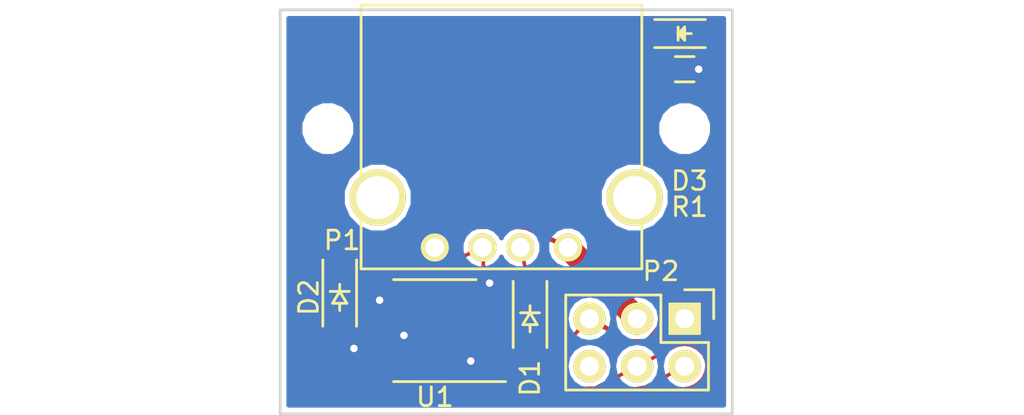
<source format=kicad_pcb>
(kicad_pcb (version 4) (host pcbnew 4.0.1-stable)

  (general
    (links 23)
    (no_connects 0)
    (area 137.084999 83.744999 161.365001 105.485001)
    (thickness 1.6)
    (drawings 4)
    (tracks 202)
    (zones 0)
    (modules 11)
    (nets 11)
  )

  (page A4)
  (layers
    (0 F.Cu signal)
    (31 B.Cu signal)
    (32 B.Adhes user)
    (33 F.Adhes user)
    (34 B.Paste user)
    (35 F.Paste user)
    (36 B.SilkS user)
    (37 F.SilkS user)
    (38 B.Mask user)
    (39 F.Mask user)
    (40 Dwgs.User user)
    (41 Cmts.User user)
    (42 Eco1.User user)
    (43 Eco2.User user)
    (44 Edge.Cuts user)
    (45 Margin user)
    (46 B.CrtYd user)
    (47 F.CrtYd user)
    (48 B.Fab user)
    (49 F.Fab user)
  )

  (setup
    (last_trace_width 0.25)
    (user_trace_width 0.19)
    (user_trace_width 1.27)
    (trace_clearance 0.2)
    (zone_clearance 0.254)
    (zone_45_only no)
    (trace_min 0.1)
    (segment_width 0.2)
    (edge_width 0.15)
    (via_size 0.6)
    (via_drill 0.4)
    (via_min_size 0.4)
    (via_min_drill 0.3)
    (uvia_size 0.3)
    (uvia_drill 0.1)
    (uvias_allowed no)
    (uvia_min_size 0.2)
    (uvia_min_drill 0.1)
    (pcb_text_width 0.3)
    (pcb_text_size 1.5 1.5)
    (mod_edge_width 0.15)
    (mod_text_size 1 1)
    (mod_text_width 0.15)
    (pad_size 2.99974 2.99974)
    (pad_drill 2.30124)
    (pad_to_mask_clearance 0.2)
    (aux_axis_origin 0 0)
    (visible_elements 7FFFFFFF)
    (pcbplotparams
      (layerselection 0x00030_80000001)
      (usegerberextensions false)
      (excludeedgelayer true)
      (linewidth 0.100000)
      (plotframeref false)
      (viasonmask false)
      (mode 1)
      (useauxorigin false)
      (hpglpennumber 1)
      (hpglpenspeed 20)
      (hpglpendiameter 15)
      (hpglpenoverlay 2)
      (psnegative false)
      (psa4output false)
      (plotreference true)
      (plotvalue true)
      (plotinvisibletext false)
      (padsonsilk false)
      (subtractmaskfromsilk false)
      (outputformat 1)
      (mirror false)
      (drillshape 1)
      (scaleselection 1)
      (outputdirectory ""))
  )

  (net 0 "")
  (net 1 /RX0)
  (net 2 /TX0)
  (net 3 /IO1)
  (net 4 "Net-(D1-Pad2)")
  (net 5 /IO2)
  (net 6 "Net-(D2-Pad2)")
  (net 7 /Master)
  (net 8 "Net-(D3-Pad1)")
  (net 9 GND)
  (net 10 VCC)

  (net_class Default "This is the default net class."
    (clearance 0.2)
    (trace_width 0.25)
    (via_dia 0.6)
    (via_drill 0.4)
    (uvia_dia 0.3)
    (uvia_drill 0.1)
    (add_net /IO1)
    (add_net /IO2)
    (add_net /Master)
    (add_net /RX0)
    (add_net /TX0)
    (add_net GND)
    (add_net "Net-(D1-Pad2)")
    (add_net "Net-(D2-Pad2)")
    (add_net "Net-(D3-Pad1)")
    (add_net VCC)
  )

  (module Fiducials:Fiducial_1mm_Dia_2.54mm_Outer_CopperTop (layer F.Cu) (tedit 57239682) (tstamp 57268E18)
    (at 160.02 96.52)
    (descr "Circular Fiducial, 1mm bare copper top; 2.54mm keepout")
    (tags marker)
    (attr virtual)
    (fp_text reference "" (at 0 0) (layer F.SilkS) hide
      (effects (font (size 0.127 0.127) (thickness 0.000001)))
    )
    (fp_text value Fiducial_1mm_Dia_2.54mm_Outer_CopperTop (at 0 -1.8) (layer F.Fab)
      (effects (font (size 1 1) (thickness 0.15)))
    )
    (fp_circle (center 0 0) (end 1.55 0) (layer F.CrtYd) (width 0.05))
    (pad ~ smd circle (at 0 0) (size 1 1) (layers F.Cu F.Mask)
      (solder_mask_margin 0.77) (clearance 0.77))
  )

  (module Mounting_Holes:MountingHole_2.2mm_M2_ISO14580 (layer F.Cu) (tedit 5722693A) (tstamp 57284D61)
    (at 139.7 90.17)
    (descr "Mounting Hole 2.2mm, no annular, M2, ISO14580")
    (tags "mounting hole 2.2mm no annular m2 iso14580")
    (fp_text reference "" (at 0 0) (layer F.SilkS) hide
      (effects (font (size 0.127 0.127) (thickness 0.000001)))
    )
    (fp_text value MountingHole_2.2mm_M2_ISO14580 (at 0 2.9) (layer F.Fab)
      (effects (font (size 1 1) (thickness 0.15)))
    )
    (fp_circle (center 0 0) (end 1.9 0) (layer Cmts.User) (width 0.15))
    (fp_circle (center 0 0) (end 2.15 0) (layer F.CrtYd) (width 0.05))
    (pad 1 np_thru_hole circle (at 0 0) (size 2.2 2.2) (drill 2.2) (layers *.Cu *.Mask F.SilkS))
  )

  (module Connect:USB_A (layer F.Cu) (tedit 5723813E) (tstamp 57284D0B)
    (at 152.527 96.52 180)
    (descr "USB A connector")
    (tags "USB USB_A")
    (path /57226042)
    (fp_text reference P1 (at 12.065 0.381 180) (layer F.SilkS)
      (effects (font (size 1 1) (thickness 0.15)))
    )
    (fp_text value USB_A (at 3.83794 7.43458 180) (layer F.Fab)
      (effects (font (size 1 1) (thickness 0.15)))
    )
    (fp_line (start -5.3 13.2) (end -5.3 -1.4) (layer F.CrtYd) (width 0.05))
    (fp_line (start 11.95 -1.4) (end 11.95 13.2) (layer F.CrtYd) (width 0.05))
    (fp_line (start -5.3 13.2) (end 11.95 13.2) (layer F.CrtYd) (width 0.05))
    (fp_line (start -5.3 -1.4) (end 11.95 -1.4) (layer F.CrtYd) (width 0.05))
    (fp_line (start 11.04986 -1.14512) (end 11.04986 12.95188) (layer F.SilkS) (width 0.15))
    (fp_line (start -3.93614 12.95188) (end -3.93614 -1.14512) (layer F.SilkS) (width 0.15))
    (fp_line (start 11.04986 -1.14512) (end -3.93614 -1.14512) (layer F.SilkS) (width 0.15))
    (fp_line (start 11.04986 12.95188) (end -3.93614 12.95188) (layer F.SilkS) (width 0.15))
    (pad 4 thru_hole circle (at 7.11286 -0.00212 90) (size 1.50114 1.50114) (drill 1.00076) (layers *.Cu *.Mask F.SilkS)
      (net 9 GND))
    (pad 3 thru_hole circle (at 4.57286 -0.00212 90) (size 1.50114 1.50114) (drill 1.00076) (layers *.Cu *.Mask F.SilkS)
      (net 5 /IO2))
    (pad 2 thru_hole circle (at 2.54086 -0.00212 90) (size 1.50114 1.50114) (drill 1.00076) (layers *.Cu *.Mask F.SilkS)
      (net 3 /IO1))
    (pad 1 thru_hole circle (at 0.00086 -0.00212 90) (size 1.50114 1.50114) (drill 1.00076) (layers *.Cu *.Mask F.SilkS)
      (net 10 VCC))
    (pad NC thru_hole circle (at 10.16086 2.66488 90) (size 2.99974 2.99974) (drill 2.30124) (layers *.Cu *.Mask F.SilkS))
    (pad NC thru_hole circle (at -3.55514 2.66488 90) (size 2.99974 2.99974) (drill 2.30124) (layers *.Cu *.Mask F.SilkS))
    (model Connect.3dshapes/USB_A.wrl
      (at (xyz 0.14 0 0))
      (scale (xyz 1 1 1))
      (rotate (xyz 0 0 90))
    )
  )

  (module Mounting_Holes:MountingHole_2.2mm_M2_ISO14580 (layer F.Cu) (tedit 5722692D) (tstamp 57284D59)
    (at 158.75 90.17)
    (descr "Mounting Hole 2.2mm, no annular, M2, ISO14580")
    (tags "mounting hole 2.2mm no annular m2 iso14580")
    (fp_text reference "" (at 0 0) (layer F.SilkS) hide
      (effects (font (size 0.127 0.127) (thickness 0.000001)))
    )
    (fp_text value MountingHole_2.2mm_M2_ISO14580 (at 0 2.9) (layer F.Fab)
      (effects (font (size 1 1) (thickness 0.15)))
    )
    (fp_circle (center 0 0) (end 1.9 0) (layer Cmts.User) (width 0.15))
    (fp_circle (center 0 0) (end 2.15 0) (layer F.CrtYd) (width 0.05))
    (pad 1 np_thru_hole circle (at 0 0) (size 2.2 2.2) (drill 2.2) (layers *.Cu *.Mask F.SilkS))
  )

  (module Diodes_SMD:SOD-123 (layer F.Cu) (tedit 57238ECF) (tstamp 5732316F)
    (at 150.495 100.33 270)
    (descr SOD-123)
    (tags SOD-123)
    (path /5723B0F2)
    (attr smd)
    (fp_text reference D1 (at 3.175 0 270) (layer F.SilkS)
      (effects (font (size 1 1) (thickness 0.15)))
    )
    (fp_text value D (at 0 2.1 270) (layer F.Fab)
      (effects (font (size 1 1) (thickness 0.15)))
    )
    (fp_line (start 0.3175 0) (end 0.6985 0) (layer F.SilkS) (width 0.15))
    (fp_line (start -0.6985 0) (end -0.3175 0) (layer F.SilkS) (width 0.15))
    (fp_line (start -0.3175 0) (end 0.3175 -0.381) (layer F.SilkS) (width 0.15))
    (fp_line (start 0.3175 -0.381) (end 0.3175 0.381) (layer F.SilkS) (width 0.15))
    (fp_line (start 0.3175 0.381) (end -0.3175 0) (layer F.SilkS) (width 0.15))
    (fp_line (start -0.3175 -0.508) (end -0.3175 0.508) (layer F.SilkS) (width 0.15))
    (fp_line (start -2.25 -1.05) (end 2.25 -1.05) (layer F.CrtYd) (width 0.05))
    (fp_line (start 2.25 -1.05) (end 2.25 1.05) (layer F.CrtYd) (width 0.05))
    (fp_line (start 2.25 1.05) (end -2.25 1.05) (layer F.CrtYd) (width 0.05))
    (fp_line (start -2.25 -1.05) (end -2.25 1.05) (layer F.CrtYd) (width 0.05))
    (fp_line (start -2 0.9) (end 1.54 0.9) (layer F.SilkS) (width 0.15))
    (fp_line (start -2 -0.9) (end 1.54 -0.9) (layer F.SilkS) (width 0.15))
    (pad 1 smd rect (at -1.635 0 270) (size 0.91 1.22) (layers F.Cu F.Paste F.Mask)
      (net 3 /IO1))
    (pad 2 smd rect (at 1.635 0 270) (size 0.91 1.22) (layers F.Cu F.Paste F.Mask)
      (net 4 "Net-(D1-Pad2)"))
  )

  (module Diodes_SMD:SOD-123 (layer F.Cu) (tedit 57238137) (tstamp 57323181)
    (at 140.335 99.187 270)
    (descr SOD-123)
    (tags SOD-123)
    (path /5723C767)
    (attr smd)
    (fp_text reference D2 (at 0 1.651 270) (layer F.SilkS)
      (effects (font (size 1 1) (thickness 0.15)))
    )
    (fp_text value D (at 0 2.1 270) (layer F.Fab)
      (effects (font (size 1 1) (thickness 0.15)))
    )
    (fp_line (start 0.3175 0) (end 0.6985 0) (layer F.SilkS) (width 0.15))
    (fp_line (start -0.6985 0) (end -0.3175 0) (layer F.SilkS) (width 0.15))
    (fp_line (start -0.3175 0) (end 0.3175 -0.381) (layer F.SilkS) (width 0.15))
    (fp_line (start 0.3175 -0.381) (end 0.3175 0.381) (layer F.SilkS) (width 0.15))
    (fp_line (start 0.3175 0.381) (end -0.3175 0) (layer F.SilkS) (width 0.15))
    (fp_line (start -0.3175 -0.508) (end -0.3175 0.508) (layer F.SilkS) (width 0.15))
    (fp_line (start -2.25 -1.05) (end 2.25 -1.05) (layer F.CrtYd) (width 0.05))
    (fp_line (start 2.25 -1.05) (end 2.25 1.05) (layer F.CrtYd) (width 0.05))
    (fp_line (start 2.25 1.05) (end -2.25 1.05) (layer F.CrtYd) (width 0.05))
    (fp_line (start -2.25 -1.05) (end -2.25 1.05) (layer F.CrtYd) (width 0.05))
    (fp_line (start -2 0.9) (end 1.54 0.9) (layer F.SilkS) (width 0.15))
    (fp_line (start -2 -0.9) (end 1.54 -0.9) (layer F.SilkS) (width 0.15))
    (pad 1 smd rect (at -1.635 0 270) (size 0.91 1.22) (layers F.Cu F.Paste F.Mask)
      (net 5 /IO2))
    (pad 2 smd rect (at 1.635 0 270) (size 0.91 1.22) (layers F.Cu F.Paste F.Mask)
      (net 6 "Net-(D2-Pad2)"))
  )

  (module LEDs:LED_0805 (layer F.Cu) (tedit 57237ACF) (tstamp 57323194)
    (at 158.75 85.09)
    (descr "LED 0805 smd package")
    (tags "LED 0805 SMD")
    (path /57237083)
    (attr smd)
    (fp_text reference D3 (at 0.254 7.874) (layer F.SilkS)
      (effects (font (size 1 1) (thickness 0.15)))
    )
    (fp_text value LED (at 0 1.75) (layer F.Fab)
      (effects (font (size 1 1) (thickness 0.15)))
    )
    (fp_line (start -1.6 0.75) (end 1.1 0.75) (layer F.SilkS) (width 0.15))
    (fp_line (start -1.6 -0.75) (end 1.1 -0.75) (layer F.SilkS) (width 0.15))
    (fp_line (start -0.1 0.15) (end -0.1 -0.1) (layer F.SilkS) (width 0.15))
    (fp_line (start -0.1 -0.1) (end -0.25 0.05) (layer F.SilkS) (width 0.15))
    (fp_line (start -0.35 -0.35) (end -0.35 0.35) (layer F.SilkS) (width 0.15))
    (fp_line (start 0 0) (end 0.35 0) (layer F.SilkS) (width 0.15))
    (fp_line (start -0.35 0) (end 0 -0.35) (layer F.SilkS) (width 0.15))
    (fp_line (start 0 -0.35) (end 0 0.35) (layer F.SilkS) (width 0.15))
    (fp_line (start 0 0.35) (end -0.35 0) (layer F.SilkS) (width 0.15))
    (fp_line (start 1.9 -0.95) (end 1.9 0.95) (layer F.CrtYd) (width 0.05))
    (fp_line (start 1.9 0.95) (end -1.9 0.95) (layer F.CrtYd) (width 0.05))
    (fp_line (start -1.9 0.95) (end -1.9 -0.95) (layer F.CrtYd) (width 0.05))
    (fp_line (start -1.9 -0.95) (end 1.9 -0.95) (layer F.CrtYd) (width 0.05))
    (pad 2 smd rect (at 1.04902 0 180) (size 1.19888 1.19888) (layers F.Cu F.Paste F.Mask)
      (net 7 /Master))
    (pad 1 smd rect (at -1.04902 0 180) (size 1.19888 1.19888) (layers F.Cu F.Paste F.Mask)
      (net 8 "Net-(D3-Pad1)"))
    (model LEDs.3dshapes/LED_0805.wrl
      (at (xyz 0 0 0))
      (scale (xyz 1 1 1))
      (rotate (xyz 0 0 0))
    )
  )

  (module Pin_Headers:Pin_Header_Straight_2x03 (layer F.Cu) (tedit 5723969F) (tstamp 57323195)
    (at 158.75 100.33 270)
    (descr "Through hole pin header")
    (tags "pin header")
    (path /57236A8A)
    (fp_text reference P2 (at -2.54 1.27 360) (layer F.SilkS)
      (effects (font (size 1 1) (thickness 0.15)))
    )
    (fp_text value CONN_01X06 (at 0 -3.1 270) (layer F.Fab)
      (effects (font (size 1 1) (thickness 0.15)))
    )
    (fp_line (start -1.27 1.27) (end -1.27 6.35) (layer F.SilkS) (width 0.15))
    (fp_line (start -1.55 -1.55) (end 0 -1.55) (layer F.SilkS) (width 0.15))
    (fp_line (start -1.75 -1.75) (end -1.75 6.85) (layer F.CrtYd) (width 0.05))
    (fp_line (start 4.3 -1.75) (end 4.3 6.85) (layer F.CrtYd) (width 0.05))
    (fp_line (start -1.75 -1.75) (end 4.3 -1.75) (layer F.CrtYd) (width 0.05))
    (fp_line (start -1.75 6.85) (end 4.3 6.85) (layer F.CrtYd) (width 0.05))
    (fp_line (start 1.27 -1.27) (end 1.27 1.27) (layer F.SilkS) (width 0.15))
    (fp_line (start 1.27 1.27) (end -1.27 1.27) (layer F.SilkS) (width 0.15))
    (fp_line (start -1.27 6.35) (end 3.81 6.35) (layer F.SilkS) (width 0.15))
    (fp_line (start 3.81 6.35) (end 3.81 1.27) (layer F.SilkS) (width 0.15))
    (fp_line (start -1.55 -1.55) (end -1.55 0) (layer F.SilkS) (width 0.15))
    (fp_line (start 3.81 -1.27) (end 1.27 -1.27) (layer F.SilkS) (width 0.15))
    (fp_line (start 3.81 1.27) (end 3.81 -1.27) (layer F.SilkS) (width 0.15))
    (pad 1 thru_hole rect (at 0 0 270) (size 1.7272 1.7272) (drill 1.016) (layers *.Cu *.Mask F.SilkS)
      (net 9 GND))
    (pad 2 thru_hole oval (at 2.54 0 270) (size 1.7272 1.7272) (drill 1.016) (layers *.Cu *.Mask F.SilkS)
      (net 1 /RX0))
    (pad 3 thru_hole oval (at 0 2.54 270) (size 1.7272 1.7272) (drill 1.016) (layers *.Cu *.Mask F.SilkS)
      (net 10 VCC))
    (pad 4 thru_hole oval (at 2.54 2.54 270) (size 1.7272 1.7272) (drill 1.016) (layers *.Cu *.Mask F.SilkS)
      (net 2 /TX0))
    (pad 5 thru_hole oval (at 0 5.08 270) (size 1.7272 1.7272) (drill 1.016) (layers *.Cu *.Mask F.SilkS)
      (net 7 /Master))
    (pad 6 thru_hole oval (at 2.54 5.08 270) (size 1.7272 1.7272) (drill 1.016) (layers *.Cu *.Mask F.SilkS))
    (model Pin_Headers.3dshapes/Pin_Header_Straight_2x03.wrl
      (at (xyz 0.05 -0.1 0))
      (scale (xyz 1 1 1))
      (rotate (xyz 0 0 90))
    )
  )

  (module Resistors_SMD:R_0603 (layer F.Cu) (tedit 57237AD4) (tstamp 573231B6)
    (at 158.75 86.995 180)
    (descr "Resistor SMD 0603, reflow soldering, Vishay (see dcrcw.pdf)")
    (tags "resistor 0603")
    (path /572372DF)
    (attr smd)
    (fp_text reference R1 (at -0.254 -7.366 180) (layer F.SilkS)
      (effects (font (size 1 1) (thickness 0.15)))
    )
    (fp_text value 1k (at 0 1.9 180) (layer F.Fab)
      (effects (font (size 1 1) (thickness 0.15)))
    )
    (fp_line (start -1.3 -0.8) (end 1.3 -0.8) (layer F.CrtYd) (width 0.05))
    (fp_line (start -1.3 0.8) (end 1.3 0.8) (layer F.CrtYd) (width 0.05))
    (fp_line (start -1.3 -0.8) (end -1.3 0.8) (layer F.CrtYd) (width 0.05))
    (fp_line (start 1.3 -0.8) (end 1.3 0.8) (layer F.CrtYd) (width 0.05))
    (fp_line (start 0.5 0.675) (end -0.5 0.675) (layer F.SilkS) (width 0.15))
    (fp_line (start -0.5 -0.675) (end 0.5 -0.675) (layer F.SilkS) (width 0.15))
    (pad 1 smd rect (at -0.75 0 180) (size 0.5 0.9) (layers F.Cu F.Paste F.Mask)
      (net 9 GND))
    (pad 2 smd rect (at 0.75 0 180) (size 0.5 0.9) (layers F.Cu F.Paste F.Mask)
      (net 8 "Net-(D3-Pad1)"))
    (model Resistors_SMD.3dshapes/R_0603.wrl
      (at (xyz 0 0 0))
      (scale (xyz 1 1 1))
      (rotate (xyz 0 0 0))
    )
  )

  (module Housings_SSOP:TSSOP-16_4.4x5mm_Pitch0.65mm (layer F.Cu) (tedit 54130A77) (tstamp 573231D0)
    (at 145.415 100.965 180)
    (descr "16-Lead Plastic Thin Shrink Small Outline (ST)-4.4 mm Body [TSSOP] (see Microchip Packaging Specification 00000049BS.pdf)")
    (tags "SSOP 0.65")
    (path /57237DE1)
    (attr smd)
    (fp_text reference U1 (at 0 -3.55 180) (layer F.SilkS)
      (effects (font (size 1 1) (thickness 0.15)))
    )
    (fp_text value SN74HC157PWR (at 0 3.55 180) (layer F.Fab)
      (effects (font (size 1 1) (thickness 0.15)))
    )
    (fp_line (start -3.95 -2.8) (end -3.95 2.8) (layer F.CrtYd) (width 0.05))
    (fp_line (start 3.95 -2.8) (end 3.95 2.8) (layer F.CrtYd) (width 0.05))
    (fp_line (start -3.95 -2.8) (end 3.95 -2.8) (layer F.CrtYd) (width 0.05))
    (fp_line (start -3.95 2.8) (end 3.95 2.8) (layer F.CrtYd) (width 0.05))
    (fp_line (start -2.2 2.725) (end 2.2 2.725) (layer F.SilkS) (width 0.15))
    (fp_line (start -3.775 -2.725) (end 2.2 -2.725) (layer F.SilkS) (width 0.15))
    (pad 1 smd rect (at -2.95 -2.275 180) (size 1.5 0.45) (layers F.Cu F.Paste F.Mask)
      (net 7 /Master))
    (pad 2 smd rect (at -2.95 -1.625 180) (size 1.5 0.45) (layers F.Cu F.Paste F.Mask)
      (net 9 GND))
    (pad 3 smd rect (at -2.95 -0.975 180) (size 1.5 0.45) (layers F.Cu F.Paste F.Mask)
      (net 2 /TX0))
    (pad 4 smd rect (at -2.95 -0.325 180) (size 1.5 0.45) (layers F.Cu F.Paste F.Mask)
      (net 4 "Net-(D1-Pad2)"))
    (pad 5 smd rect (at -2.95 0.325 180) (size 1.5 0.45) (layers F.Cu F.Paste F.Mask)
      (net 3 /IO1))
    (pad 6 smd rect (at -2.95 0.975 180) (size 1.5 0.45) (layers F.Cu F.Paste F.Mask)
      (net 5 /IO2))
    (pad 7 smd rect (at -2.95 1.625 180) (size 1.5 0.45) (layers F.Cu F.Paste F.Mask)
      (net 1 /RX0))
    (pad 8 smd rect (at -2.95 2.275 180) (size 1.5 0.45) (layers F.Cu F.Paste F.Mask)
      (net 9 GND))
    (pad 9 smd rect (at 2.95 2.275 180) (size 1.5 0.45) (layers F.Cu F.Paste F.Mask)
      (net 9 GND))
    (pad 10 smd rect (at 2.95 1.625 180) (size 1.5 0.45) (layers F.Cu F.Paste F.Mask)
      (net 9 GND))
    (pad 11 smd rect (at 2.95 0.975 180) (size 1.5 0.45) (layers F.Cu F.Paste F.Mask)
      (net 9 GND))
    (pad 12 smd rect (at 2.95 0.325 180) (size 1.5 0.45) (layers F.Cu F.Paste F.Mask)
      (net 6 "Net-(D2-Pad2)"))
    (pad 13 smd rect (at 2.95 -0.325 180) (size 1.5 0.45) (layers F.Cu F.Paste F.Mask)
      (net 9 GND))
    (pad 14 smd rect (at 2.95 -0.975 180) (size 1.5 0.45) (layers F.Cu F.Paste F.Mask)
      (net 2 /TX0))
    (pad 15 smd rect (at 2.95 -1.625 180) (size 1.5 0.45) (layers F.Cu F.Paste F.Mask)
      (net 9 GND))
    (pad 16 smd rect (at 2.95 -2.275 180) (size 1.5 0.45) (layers F.Cu F.Paste F.Mask)
      (net 10 VCC))
    (model Housings_SSOP.3dshapes/TSSOP-16_4.4x5mm_Pitch0.65mm.wrl
      (at (xyz 0 0 0))
      (scale (xyz 1 1 1))
      (rotate (xyz 0 0 0))
    )
  )

  (module Fiducials:Fiducial_1mm_Dia_2.54mm_Outer_CopperTop (layer F.Cu) (tedit 57239691) (tstamp 57268E0A)
    (at 139.065 103.505)
    (descr "Circular Fiducial, 1mm bare copper top; 2.54mm keepout")
    (tags marker)
    (attr virtual)
    (fp_text reference "" (at 0 0) (layer F.SilkS) hide
      (effects (font (size 0.127 0.127) (thickness 0.000001)))
    )
    (fp_text value Fiducial_1mm_Dia_2.54mm_Outer_CopperTop (at 0 -1.8) (layer F.Fab)
      (effects (font (size 1 1) (thickness 0.15)))
    )
    (fp_circle (center 0 0) (end 1.55 0) (layer F.CrtYd) (width 0.05))
    (pad ~ smd circle (at 0 0) (size 1 1) (layers F.Cu F.Mask)
      (solder_mask_margin 0.77) (clearance 0.77))
  )

  (gr_line (start 137.16 105.41) (end 137.16 83.82) (angle 90) (layer Edge.Cuts) (width 0.15))
  (gr_line (start 161.29 105.41) (end 137.16 105.41) (angle 90) (layer Edge.Cuts) (width 0.15))
  (gr_line (start 161.29 83.82) (end 161.29 105.41) (angle 90) (layer Edge.Cuts) (width 0.15))
  (gr_line (start 137.16 83.82) (end 161.29 83.82) (angle 90) (layer Edge.Cuts) (width 0.15))

  (segment (start 145.6 98.125) (end 145.925 98.125) (width 0.19) (layer F.Cu) (net 1))
  (segment (start 146.75 97.95) (end 147.125 98.325) (width 0.19) (layer F.Cu) (net 1) (tstamp 57323A4E))
  (segment (start 146.1 97.95) (end 146.75 97.95) (width 0.19) (layer F.Cu) (net 1) (tstamp 57323A4D))
  (segment (start 145.925 98.125) (end 146.1 97.95) (width 0.19) (layer F.Cu) (net 1) (tstamp 57323A4C))
  (segment (start 144.5 101.5) (end 144.5 100.8) (width 0.19) (layer F.Cu) (net 1))
  (segment (start 158.75 102.87) (end 156.659351 103.981023) (width 0.19) (layer F.Cu) (net 1) (status 10))
  (segment (start 147.028762 104.037386) (end 147.215097 104.195881) (width 0.19) (layer F.Cu) (net 1))
  (segment (start 146 103) (end 147.028762 104.037386) (width 0.19) (layer F.Cu) (net 1))
  (segment (start 144.5 101.5) (end 146 103) (width 0.19) (layer F.Cu) (net 1))
  (segment (start 153.922569 104.468443) (end 156.659351 103.981023) (width 0.19) (layer F.Cu) (net 1))
  (segment (start 147.215097 104.195881) (end 153.922569 104.468443) (width 0.19) (layer F.Cu) (net 1))
  (segment (start 147.165 99.34) (end 148.365 99.34) (width 0.19) (layer F.Cu) (net 1) (tstamp 57323A43) (status 20))
  (segment (start 146.975 99.15) (end 147.165 99.34) (width 0.19) (layer F.Cu) (net 1) (tstamp 57323A42))
  (segment (start 146.475 99.15) (end 146.975 99.15) (width 0.19) (layer F.Cu) (net 1) (tstamp 57323A41))
  (segment (start 146.225 99.4) (end 146.475 99.15) (width 0.19) (layer F.Cu) (net 1) (tstamp 57323A40))
  (segment (start 145.9 99.4) (end 146.225 99.4) (width 0.19) (layer F.Cu) (net 1) (tstamp 57323A3F))
  (segment (start 145.725 99.225) (end 145.9 99.4) (width 0.19) (layer F.Cu) (net 1) (tstamp 57323A3E))
  (segment (start 145.725 98.925) (end 145.725 99.225) (width 0.19) (layer F.Cu) (net 1) (tstamp 57323A3D))
  (segment (start 146 98.65) (end 145.725 98.925) (width 0.19) (layer F.Cu) (net 1) (tstamp 57323A3C))
  (segment (start 147.05 98.65) (end 146 98.65) (width 0.19) (layer F.Cu) (net 1) (tstamp 57323A3B))
  (segment (start 147.125 98.575) (end 147.05 98.65) (width 0.19) (layer F.Cu) (net 1) (tstamp 57323A3A))
  (segment (start 147.125 98.325) (end 147.125 98.575) (width 0.19) (layer F.Cu) (net 1) (tstamp 57323A39))
  (segment (start 145.35 98.375) (end 145.6 98.125) (width 0.19) (layer F.Cu) (net 1) (tstamp 57323A36))
  (segment (start 145.35 98.625) (end 145.35 98.375) (width 0.19) (layer F.Cu) (net 1) (tstamp 57323A35))
  (segment (start 145.175 98.8) (end 145.35 98.625) (width 0.19) (layer F.Cu) (net 1) (tstamp 57323A34))
  (segment (start 144.7 98.8) (end 145.175 98.8) (width 0.19) (layer F.Cu) (net 1) (tstamp 57323A33))
  (segment (start 144.5 99) (end 144.7 98.8) (width 0.19) (layer F.Cu) (net 1) (tstamp 57323A32))
  (segment (start 144.35 99) (end 144.5 99) (width 0.19) (layer F.Cu) (net 1) (tstamp 57323A31))
  (segment (start 144.15 98.8) (end 144.35 99) (width 0.19) (layer F.Cu) (net 1) (tstamp 57323A30))
  (segment (start 143.775 98.8) (end 144.15 98.8) (width 0.19) (layer F.Cu) (net 1) (tstamp 57323A2F))
  (segment (start 143.65 98.925) (end 143.775 98.8) (width 0.19) (layer F.Cu) (net 1) (tstamp 57323A2E))
  (segment (start 143.65 99.15) (end 143.65 98.925) (width 0.19) (layer F.Cu) (net 1) (tstamp 57323A2D))
  (segment (start 143.825 99.325) (end 143.65 99.15) (width 0.19) (layer F.Cu) (net 1) (tstamp 57323A2C))
  (segment (start 144.025 99.325) (end 143.825 99.325) (width 0.19) (layer F.Cu) (net 1) (tstamp 57323A2B))
  (segment (start 144.275 99.575) (end 144.025 99.325) (width 0.19) (layer F.Cu) (net 1) (tstamp 57323A2A))
  (segment (start 144.575 99.575) (end 144.275 99.575) (width 0.19) (layer F.Cu) (net 1) (tstamp 57323A29))
  (segment (start 144.85 99.3) (end 144.575 99.575) (width 0.19) (layer F.Cu) (net 1) (tstamp 57323A28))
  (segment (start 145.075 99.3) (end 144.85 99.3) (width 0.19) (layer F.Cu) (net 1) (tstamp 57323A27))
  (segment (start 145.225 99.45) (end 145.075 99.3) (width 0.19) (layer F.Cu) (net 1) (tstamp 57323A26))
  (segment (start 145.225 99.75) (end 145.225 99.45) (width 0.19) (layer F.Cu) (net 1) (tstamp 57323A25))
  (segment (start 144.875 100.1) (end 145.225 99.75) (width 0.19) (layer F.Cu) (net 1) (tstamp 57323A24))
  (segment (start 144.1 100.1) (end 144.875 100.1) (width 0.19) (layer F.Cu) (net 1) (tstamp 57323A23))
  (segment (start 143.875 99.875) (end 144.1 100.1) (width 0.19) (layer F.Cu) (net 1) (tstamp 57323A22))
  (segment (start 143.7 99.875) (end 143.875 99.875) (width 0.19) (layer F.Cu) (net 1) (tstamp 57323A21))
  (segment (start 143.575 100) (end 143.7 99.875) (width 0.19) (layer F.Cu) (net 1) (tstamp 57323A20))
  (segment (start 143.575 100.275) (end 143.575 100) (width 0.19) (layer F.Cu) (net 1) (tstamp 57323A1F))
  (segment (start 143.825 100.525) (end 143.575 100.275) (width 0.19) (layer F.Cu) (net 1) (tstamp 57323A1E))
  (segment (start 144.225 100.525) (end 143.825 100.525) (width 0.19) (layer F.Cu) (net 1) (tstamp 57323A1D))
  (segment (start 144.5 100.8) (end 144.225 100.525) (width 0.19) (layer F.Cu) (net 1) (tstamp 57323A1C))
  (segment (start 149.799556 103.806701) (end 147.406701 103.806701) (width 0.19) (layer F.Cu) (net 2))
  (segment (start 151.85 103.9) (end 151.8 103.95) (width 0.19) (layer F.Cu) (net 2) (tstamp 5732394F))
  (segment (start 151.8 103.95) (end 151.4 103.95) (width 0.19) (layer F.Cu) (net 2) (tstamp 57323950))
  (segment (start 151.4 103.95) (end 151.15 103.7) (width 0.19) (layer F.Cu) (net 2) (tstamp 57323951))
  (segment (start 151.15 103.7) (end 151.15 103.4) (width 0.19) (layer F.Cu) (net 2) (tstamp 57323952))
  (segment (start 151.15 103.4) (end 151 103.25) (width 0.19) (layer F.Cu) (net 2) (tstamp 57323953))
  (segment (start 151 103.25) (end 150.75 103.25) (width 0.19) (layer F.Cu) (net 2) (tstamp 57323954))
  (segment (start 150.75 103.25) (end 150.65 103.35) (width 0.19) (layer F.Cu) (net 2) (tstamp 57323955))
  (segment (start 150.65 103.35) (end 150.65 103.8) (width 0.19) (layer F.Cu) (net 2) (tstamp 57323956))
  (segment (start 150.65 103.8) (end 150.55 103.9) (width 0.19) (layer F.Cu) (net 2) (tstamp 57323957))
  (segment (start 150.55 103.9) (end 150.3 103.9) (width 0.19) (layer F.Cu) (net 2) (tstamp 57323958))
  (segment (start 150.3 103.9) (end 150.2 103.8) (width 0.19) (layer F.Cu) (net 2) (tstamp 57323959))
  (segment (start 150.2 103.8) (end 150.2 103.45) (width 0.19) (layer F.Cu) (net 2) (tstamp 5732395A))
  (segment (start 150.2 103.45) (end 150.15 103.4) (width 0.19) (layer F.Cu) (net 2) (tstamp 5732395B))
  (segment (start 150.15 103.4) (end 149.95 103.4) (width 0.19) (layer F.Cu) (net 2) (tstamp 5732395C))
  (segment (start 149.95 103.4) (end 149.8 103.55) (width 0.19) (layer F.Cu) (net 2) (tstamp 5732395D))
  (segment (start 149.8 103.55) (end 149.8 103.806257) (width 0.19) (layer F.Cu) (net 2) (tstamp 5732395E))
  (segment (start 149.8 103.806257) (end 149.799556 103.806701) (width 0.19) (layer F.Cu) (net 2) (tstamp 5732395F))
  (segment (start 153.09867 104.030897) (end 153.030897 104.030897) (width 0.19) (layer F.Cu) (net 2))
  (segment (start 151.85 103.65) (end 151.85 103.9) (width 0.19) (layer F.Cu) (net 2) (tstamp 5732394B))
  (segment (start 151.55 103.35) (end 151.85 103.65) (width 0.19) (layer F.Cu) (net 2) (tstamp 5732394A))
  (segment (start 151.55 103.2) (end 151.55 103.35) (width 0.19) (layer F.Cu) (net 2) (tstamp 57323949))
  (segment (start 151.75 103) (end 151.55 103.2) (width 0.19) (layer F.Cu) (net 2) (tstamp 57323948))
  (segment (start 151.95 103) (end 151.75 103) (width 0.19) (layer F.Cu) (net 2) (tstamp 57323947))
  (segment (start 152.25 103.3) (end 151.95 103) (width 0.19) (layer F.Cu) (net 2) (tstamp 57323946))
  (segment (start 152.25 103.6) (end 152.25 103.3) (width 0.19) (layer F.Cu) (net 2) (tstamp 57323945))
  (segment (start 152.35 103.7) (end 152.25 103.6) (width 0.19) (layer F.Cu) (net 2) (tstamp 57323944))
  (segment (start 152.7 103.7) (end 152.35 103.7) (width 0.19) (layer F.Cu) (net 2) (tstamp 57323943))
  (segment (start 153.030897 104.030897) (end 152.7 103.7) (width 0.19) (layer F.Cu) (net 2) (tstamp 57323942))
  (segment (start 156.21 102.87) (end 153.974544 104.038265) (width 0.19) (layer F.Cu) (net 2) (status 10))
  (segment (start 153.974544 104.038265) (end 153.492895 104.04787) (width 0.19) (layer F.Cu) (net 2) (tstamp 57323634))
  (segment (start 153.492895 104.04787) (end 153.09867 104.030897) (width 0.19) (layer F.Cu) (net 2) (tstamp 57323654))
  (segment (start 146.606322 103.006322) (end 146.606322 102.806322) (width 0.19) (layer F.Cu) (net 2) (tstamp 573239C0))
  (segment (start 147.406701 103.806701) (end 146.606322 103.006322) (width 0.19) (layer F.Cu) (net 2) (tstamp 573239BF))
  (segment (start 145.3 101.5) (end 145.3 100.3) (width 0.19) (layer F.Cu) (net 2))
  (segment (start 145.3 100.3) (end 145.75 99.85) (width 0.19) (layer F.Cu) (net 2) (tstamp 57323998))
  (segment (start 145.75 99.85) (end 147.05 99.85) (width 0.19) (layer F.Cu) (net 2) (tstamp 57323999))
  (segment (start 147.05 99.85) (end 147.25 100.05) (width 0.19) (layer F.Cu) (net 2) (tstamp 5732399A))
  (segment (start 147.25 100.05) (end 147.25 100.25) (width 0.19) (layer F.Cu) (net 2) (tstamp 5732399B))
  (segment (start 147.25 100.25) (end 147.1 100.4) (width 0.19) (layer F.Cu) (net 2) (tstamp 5732399C))
  (segment (start 147.1 100.4) (end 145.95 100.4) (width 0.19) (layer F.Cu) (net 2) (tstamp 5732399D))
  (segment (start 145.95 100.4) (end 145.75 100.6) (width 0.19) (layer F.Cu) (net 2) (tstamp 5732399E))
  (segment (start 145.75 100.6) (end 145.75 100.75) (width 0.19) (layer F.Cu) (net 2) (tstamp 5732399F))
  (segment (start 145.75 100.75) (end 145.9 100.9) (width 0.19) (layer F.Cu) (net 2) (tstamp 573239A0))
  (segment (start 145.9 100.9) (end 147.1 100.9) (width 0.19) (layer F.Cu) (net 2) (tstamp 573239A1))
  (segment (start 147.1 100.9) (end 147.3 101.1) (width 0.19) (layer F.Cu) (net 2) (tstamp 573239A2))
  (segment (start 147.3 101.1) (end 147.3 101.25) (width 0.19) (layer F.Cu) (net 2) (tstamp 573239A3))
  (segment (start 147.3 101.25) (end 147.2 101.35) (width 0.19) (layer F.Cu) (net 2) (tstamp 573239A4))
  (segment (start 147.2 101.35) (end 146.15 101.35) (width 0.19) (layer F.Cu) (net 2) (tstamp 573239A5))
  (segment (start 146.15 101.35) (end 146 101.5) (width 0.19) (layer F.Cu) (net 2) (tstamp 573239A6))
  (segment (start 146 101.5) (end 146 101.6) (width 0.19) (layer F.Cu) (net 2) (tstamp 573239A7))
  (segment (start 146 101.6) (end 146.4 102) (width 0.19) (layer F.Cu) (net 2) (tstamp 573239A8))
  (segment (start 146.4 102) (end 146.55 102) (width 0.19) (layer F.Cu) (net 2) (tstamp 573239AA))
  (segment (start 146.55 102) (end 146.75 101.8) (width 0.19) (layer F.Cu) (net 2) (tstamp 573239AB))
  (segment (start 146.75 101.8) (end 146.9 101.8) (width 0.19) (layer F.Cu) (net 2) (tstamp 573239AC))
  (segment (start 146.9 101.8) (end 147.04 101.94) (width 0.19) (layer F.Cu) (net 2) (tstamp 573239AD))
  (segment (start 147.04 101.94) (end 148.365 101.94) (width 0.19) (layer F.Cu) (net 2) (tstamp 573239AE) (status 20))
  (segment (start 146.606322 102.806322) (end 145.3 101.5) (width 0.19) (layer F.Cu) (net 2) (tstamp 57323975))
  (segment (start 156.21 102.87) (end 158.319431 101.753315) (width 0.19) (layer F.Cu) (net 2) (status 10))
  (segment (start 143.464456 102.066459) (end 142.465 101.94) (width 0.19) (layer F.Cu) (net 2) (tstamp 57323766) (status 20))
  (segment (start 147.0025 104.5845) (end 143.464456 102.066459) (width 0.19) (layer F.Cu) (net 2) (tstamp 57323764))
  (segment (start 159.272027 103.920809) (end 159.006955 104.027623) (width 0.19) (layer F.Cu) (net 2) (tstamp 57323762))
  (segment (start 159.006955 104.027623) (end 153.987911 104.904354) (width 0.19) (layer F.Cu) (net 2) (tstamp 573237B1))
  (segment (start 153.987911 104.904354) (end 147.0025 104.5845) (width 0.19) (layer F.Cu) (net 2) (tstamp 573237A1))
  (segment (start 159.77467 103.447895) (end 159.638931 103.631926) (width 0.19) (layer F.Cu) (net 2) (tstamp 57323760))
  (segment (start 159.638931 103.631926) (end 159.508114 103.754865) (width 0.19) (layer F.Cu) (net 2) (tstamp 573237BB))
  (segment (start 159.508114 103.754865) (end 159.272027 103.920809) (width 0.19) (layer F.Cu) (net 2) (tstamp 573237A9))
  (segment (start 159.768141 102.234143) (end 159.919878 102.612981) (width 0.19) (layer F.Cu) (net 2) (tstamp 5732375E))
  (segment (start 159.919878 102.612981) (end 159.948033 102.863823) (width 0.19) (layer F.Cu) (net 2) (tstamp 5732378B))
  (segment (start 159.948033 102.863823) (end 159.881217 103.197847) (width 0.19) (layer F.Cu) (net 2) (tstamp 57323796))
  (segment (start 159.881217 103.197847) (end 159.77467 103.447895) (width 0.19) (layer F.Cu) (net 2) (tstamp 573237B8))
  (segment (start 159.118036 101.752184) (end 159.434893 101.915289) (width 0.19) (layer F.Cu) (net 2) (tstamp 5732375C))
  (segment (start 159.434893 101.915289) (end 159.768141 102.234143) (width 0.19) (layer F.Cu) (net 2) (tstamp 57323777))
  (segment (start 158.319431 101.753315) (end 158.750086 101.683851) (width 0.19) (layer F.Cu) (net 2) (tstamp 5732375B))
  (segment (start 158.750086 101.683851) (end 159.118036 101.752184) (width 0.19) (layer F.Cu) (net 2) (tstamp 5732377F))
  (segment (start 148.365 100.64) (end 149.391144 100.531184) (width 0.19) (layer F.Cu) (net 3) (status 10))
  (segment (start 149.391144 100.531184) (end 149.817764 100.096645) (width 0.19) (layer F.Cu) (net 3) (tstamp 573235BA))
  (segment (start 149.817764 100.096645) (end 150.495 98.695) (width 0.19) (layer F.Cu) (net 3) (tstamp 573235EB) (status 20))
  (segment (start 149.98614 96.52212) (end 150.495 98.695) (width 0.19) (layer F.Cu) (net 3) (status 30))
  (segment (start 149.98614 96.52212) (end 149.98488 96.52212) (width 0.25) (layer F.Cu) (net 3) (status 30))
  (segment (start 151.7 101) (end 151.4 100.7) (width 0.19) (layer F.Cu) (net 4))
  (segment (start 149.26 101.29) (end 150.45 100.1) (width 0.19) (layer F.Cu) (net 4) (tstamp 573239E8))
  (segment (start 150.45 100.1) (end 150.45 99.75) (width 0.19) (layer F.Cu) (net 4) (tstamp 573239E9))
  (segment (start 150.45 99.75) (end 150.7 99.5) (width 0.19) (layer F.Cu) (net 4) (tstamp 573239EA))
  (segment (start 150.7 99.5) (end 151.6 99.5) (width 0.19) (layer F.Cu) (net 4) (tstamp 573239EB))
  (segment (start 151.6 99.5) (end 152.05 99.95) (width 0.19) (layer F.Cu) (net 4) (tstamp 573239EC))
  (segment (start 152.05 99.95) (end 152.05 100.8) (width 0.19) (layer F.Cu) (net 4) (tstamp 573239ED))
  (segment (start 152.05 100.8) (end 151.85 101) (width 0.19) (layer F.Cu) (net 4) (tstamp 573239EE))
  (segment (start 151.85 101) (end 151.7 101) (width 0.19) (layer F.Cu) (net 4) (tstamp 573239EF))
  (segment (start 148.365 101.29) (end 149.26 101.29) (width 0.19) (layer F.Cu) (net 4) (status 10))
  (segment (start 150.495 100.855) (end 150.495 101.965) (width 0.19) (layer F.Cu) (net 4) (tstamp 57323A00) (status 20))
  (segment (start 150.85 100.5) (end 150.495 100.855) (width 0.19) (layer F.Cu) (net 4) (tstamp 573239FF))
  (segment (start 150.85 100.2) (end 150.85 100.5) (width 0.19) (layer F.Cu) (net 4) (tstamp 573239FE))
  (segment (start 151.05 100) (end 150.85 100.2) (width 0.19) (layer F.Cu) (net 4) (tstamp 573239FD))
  (segment (start 151.2 100) (end 151.05 100) (width 0.19) (layer F.Cu) (net 4) (tstamp 573239FC))
  (segment (start 151.4 100.2) (end 151.2 100) (width 0.19) (layer F.Cu) (net 4) (tstamp 573239FB))
  (segment (start 151.4 100.7) (end 151.4 100.2) (width 0.19) (layer F.Cu) (net 4) (tstamp 573239FA))
  (segment (start 150.4 101.87) (end 150.495 101.965) (width 0.19) (layer F.Cu) (net 4) (tstamp 573239F4) (status 30))
  (segment (start 148 96.56798) (end 147.95414 96.52212) (width 0.19) (layer F.Cu) (net 5) (tstamp 57323938) (status 30))
  (segment (start 148 97.5) (end 148 96.56798) (width 0.19) (layer F.Cu) (net 5) (tstamp 57323937) (status 20))
  (segment (start 148.25 97.75) (end 148 97.5) (width 0.19) (layer F.Cu) (net 5) (tstamp 57323936))
  (segment (start 149.2 97.75) (end 148.25 97.75) (width 0.19) (layer F.Cu) (net 5) (tstamp 57323935))
  (segment (start 149.416556 97.966556) (end 149.2 97.75) (width 0.19) (layer F.Cu) (net 5) (tstamp 57323933))
  (segment (start 149.416556 98.219404) (end 149.416556 97.966556) (width 0.19) (layer F.Cu) (net 5))
  (segment (start 148.365 99.99) (end 149.359209 99.860335) (width 0.19) (layer F.Cu) (net 5) (status 10))
  (segment (start 149.457882 99.771762) (end 149.416556 98.219404) (width 0.19) (layer F.Cu) (net 5) (tstamp 573235F3))
  (segment (start 149.359209 99.860335) (end 149.457882 99.771762) (width 0.19) (layer F.Cu) (net 5) (tstamp 573235F2))
  (segment (start 145.885917 97.485784) (end 145.415 97.596291) (width 0.19) (layer F.Cu) (net 5) (tstamp 57323580))
  (segment (start 145.415 97.596291) (end 145.414427 97.596425) (width 0.19) (layer F.Cu) (net 5) (tstamp 573235D4))
  (segment (start 147.95414 96.52212) (end 145.885917 97.485784) (width 0.19) (layer F.Cu) (net 5) (tstamp 5732357E) (status 10))
  (segment (start 145.414427 97.596425) (end 140.335 97.552) (width 0.19) (layer F.Cu) (net 5) (tstamp 57323582) (status 20))
  (segment (start 142.465 100.64) (end 140.335 100.822) (width 0.19) (layer F.Cu) (net 6) (status 30))
  (segment (start 151.384 102.743) (end 148.365 103.24) (width 0.19) (layer F.Cu) (net 7) (tstamp 573235A2) (status 20))
  (segment (start 153.67 100.33) (end 151.384 102.743) (width 0.19) (layer F.Cu) (net 7) (tstamp 573235A1) (status 10))
  (segment (start 157.55717 99.182514) (end 157.419807 100.708402) (width 0.25) (layer F.Cu) (net 7))
  (segment (start 155.825936 101.539849) (end 153.67 100.33) (width 0.25) (layer F.Cu) (net 7) (tstamp 573233DB) (status 20))
  (segment (start 156.718005 101.539919) (end 155.825936 101.539849) (width 0.25) (layer F.Cu) (net 7) (tstamp 573233DA))
  (segment (start 157.419807 100.708402) (end 157.115672 101.107326) (width 0.25) (layer F.Cu) (net 7) (tstamp 573233D9))
  (segment (start 157.115672 101.107326) (end 156.718005 101.539919) (width 0.25) (layer F.Cu) (net 7) (tstamp 57323400))
  (segment (start 159.79902 85.09) (end 159.79902 85.50402) (width 0.25) (layer F.Cu) (net 7) (status 30))
  (segment (start 159.79902 85.50402) (end 160.2315 86.630319) (width 0.25) (layer F.Cu) (net 7) (tstamp 573233A8) (status 10))
  (segment (start 160.2315 86.630319) (end 160.224138 90.423903) (width 0.25) (layer F.Cu) (net 7) (tstamp 573233A9))
  (segment (start 160.224138 90.423903) (end 157.55717 99.182514) (width 0.25) (layer F.Cu) (net 7) (tstamp 573233AA))
  (segment (start 157.70098 85.09) (end 158 86.995) (width 0.25) (layer F.Cu) (net 8) (status 30))
  (segment (start 141.097 101.9175) (end 141.4653 102.5017) (width 0.25) (layer F.Cu) (net 9))
  (via (at 141.097 101.9175) (size 0.6) (drill 0.4) (layers F.Cu B.Cu) (net 9))
  (segment (start 142.465 102.59) (end 141.4653 102.5017) (width 0.25) (layer F.Cu) (net 9) (status 10))
  (segment (start 142.465 101.29) (end 143.693 101.29) (width 0.19) (layer F.Cu) (net 9) (status 10))
  (via (at 143.764 101.219) (size 0.6) (drill 0.4) (layers F.Cu B.Cu) (net 9))
  (segment (start 143.693 101.29) (end 143.764 101.219) (width 0.19) (layer F.Cu) (net 9) (tstamp 57323753))
  (segment (start 148.365 102.59) (end 147.3333 102.59) (width 0.19) (layer F.Cu) (net 9) (status 10))
  (via (at 147.3327 102.5906) (size 0.6) (drill 0.4) (layers F.Cu B.Cu) (net 9))
  (segment (start 147.3333 102.59) (end 147.3327 102.5906) (width 0.19) (layer F.Cu) (net 9) (tstamp 57323630))
  (segment (start 148.365 98.69) (end 148.365 98.454) (width 0.19) (layer F.Cu) (net 9) (status 10))
  (via (at 148.336 98.425) (size 0.6) (drill 0.4) (layers F.Cu B.Cu) (net 9))
  (segment (start 148.365 98.454) (end 148.336 98.425) (width 0.19) (layer F.Cu) (net 9) (tstamp 573235D6))
  (via (at 142.465 99.34) (size 0.6) (drill 0.4) (layers F.Cu B.Cu) (net 9) (status 30))
  (segment (start 142.494 99.314) (end 142.491 99.314) (width 0.25) (layer B.Cu) (net 9) (tstamp 57323566))
  (segment (start 142.491 99.314) (end 142.465 99.34) (width 0.25) (layer B.Cu) (net 9) (tstamp 57323565))
  (segment (start 142.465 99.34) (end 142.465 99.99) (width 0.25) (layer F.Cu) (net 9) (status 30))
  (segment (start 142.465 98.69) (end 142.465 99.34) (width 0.25) (layer F.Cu) (net 9) (status 30))
  (via (at 159.5 86.995) (size 0.6) (drill 0.4) (layers F.Cu B.Cu) (net 9) (status 30))
  (segment (start 159.5 86.995) (end 159.385 86.995) (width 0.25) (layer B.Cu) (net 9) (tstamp 573233A5))
  (segment (start 141.471031 103.15125) (end 142.465 103.24) (width 0.25) (layer F.Cu) (net 10) (tstamp 573236B2) (status 20))
  (segment (start 139.393628 101.536661) (end 141.471031 103.15125) (width 0.25) (layer F.Cu) (net 10) (tstamp 573236B0))
  (segment (start 139.339467 97.013538) (end 139.393628 101.536661) (width 0.25) (layer F.Cu) (net 10) (tstamp 573236AF))
  (segment (start 139.446 96.774) (end 139.339467 97.013538) (width 0.25) (layer F.Cu) (net 10) (tstamp 573236AD))
  (segment (start 145.255876 95.411216) (end 139.446 96.774) (width 0.25) (layer F.Cu) (net 10) (tstamp 573236A9))
  (segment (start 150.310101 95.466509) (end 149.876392 95.411427) (width 0.25) (layer F.Cu) (net 10) (tstamp 573236A8))
  (segment (start 149.876392 95.411427) (end 145.255876 95.411216) (width 0.25) (layer F.Cu) (net 10) (tstamp 573236E7))
  (segment (start 152.52614 96.52212) (end 150.310101 95.466509) (width 0.25) (layer F.Cu) (net 10) (tstamp 573236A7) (status 10))
  (segment (start 156.21 100.33) (end 152.52614 96.52212) (width 1.27) (layer F.Cu) (net 10) (tstamp 5732342C) (status 30))
  (segment (start 156.21 100.33) (end 156.21 100.20598) (width 1.27) (layer F.Cu) (net 10) (status 30))

  (zone (net 9) (net_name GND) (layer B.Cu) (tstamp 57284E7F) (hatch edge 0.508)
    (connect_pads yes (clearance 0.254))
    (min_thickness 0.254)
    (fill yes (arc_segments 16) (thermal_gap 0.508) (thermal_bridge_width 0.508))
    (polygon
      (pts
        (xy 161.29 105.41) (xy 137.16 105.41) (xy 137.16 83.82) (xy 161.29 83.82) (xy 161.29 105.41)
      )
    )
    (filled_polygon
      (pts
        (xy 160.834 104.954) (xy 137.616 104.954) (xy 137.616 102.845617) (xy 152.4254 102.845617) (xy 152.4254 102.894383)
        (xy 152.52014 103.370671) (xy 152.789935 103.774448) (xy 153.193712 104.044243) (xy 153.67 104.138983) (xy 154.146288 104.044243)
        (xy 154.550065 103.774448) (xy 154.81986 103.370671) (xy 154.9146 102.894383) (xy 154.9146 102.845617) (xy 154.9654 102.845617)
        (xy 154.9654 102.894383) (xy 155.06014 103.370671) (xy 155.329935 103.774448) (xy 155.733712 104.044243) (xy 156.21 104.138983)
        (xy 156.686288 104.044243) (xy 157.090065 103.774448) (xy 157.35986 103.370671) (xy 157.4546 102.894383) (xy 157.4546 102.845617)
        (xy 157.5054 102.845617) (xy 157.5054 102.894383) (xy 157.60014 103.370671) (xy 157.869935 103.774448) (xy 158.273712 104.044243)
        (xy 158.75 104.138983) (xy 159.226288 104.044243) (xy 159.630065 103.774448) (xy 159.89986 103.370671) (xy 159.9946 102.894383)
        (xy 159.9946 102.845617) (xy 159.89986 102.369329) (xy 159.630065 101.965552) (xy 159.226288 101.695757) (xy 158.75 101.601017)
        (xy 158.273712 101.695757) (xy 157.869935 101.965552) (xy 157.60014 102.369329) (xy 157.5054 102.845617) (xy 157.4546 102.845617)
        (xy 157.35986 102.369329) (xy 157.090065 101.965552) (xy 156.686288 101.695757) (xy 156.21 101.601017) (xy 155.733712 101.695757)
        (xy 155.329935 101.965552) (xy 155.06014 102.369329) (xy 154.9654 102.845617) (xy 154.9146 102.845617) (xy 154.81986 102.369329)
        (xy 154.550065 101.965552) (xy 154.146288 101.695757) (xy 153.67 101.601017) (xy 153.193712 101.695757) (xy 152.789935 101.965552)
        (xy 152.52014 102.369329) (xy 152.4254 102.845617) (xy 137.616 102.845617) (xy 137.616 100.305617) (xy 152.4254 100.305617)
        (xy 152.4254 100.354383) (xy 152.52014 100.830671) (xy 152.789935 101.234448) (xy 153.193712 101.504243) (xy 153.67 101.598983)
        (xy 154.146288 101.504243) (xy 154.550065 101.234448) (xy 154.81986 100.830671) (xy 154.9146 100.354383) (xy 154.9146 100.305617)
        (xy 154.9654 100.305617) (xy 154.9654 100.354383) (xy 155.06014 100.830671) (xy 155.329935 101.234448) (xy 155.733712 101.504243)
        (xy 156.21 101.598983) (xy 156.686288 101.504243) (xy 157.090065 101.234448) (xy 157.35986 100.830671) (xy 157.4546 100.354383)
        (xy 157.4546 100.305617) (xy 157.35986 99.829329) (xy 157.090065 99.425552) (xy 156.686288 99.155757) (xy 156.21 99.061017)
        (xy 155.733712 99.155757) (xy 155.329935 99.425552) (xy 155.06014 99.829329) (xy 154.9654 100.305617) (xy 154.9146 100.305617)
        (xy 154.81986 99.829329) (xy 154.550065 99.425552) (xy 154.146288 99.155757) (xy 153.67 99.061017) (xy 153.193712 99.155757)
        (xy 152.789935 99.425552) (xy 152.52014 99.829329) (xy 152.4254 100.305617) (xy 137.616 100.305617) (xy 137.616 96.746216)
        (xy 146.822374 96.746216) (xy 146.994282 97.162266) (xy 147.31232 97.480859) (xy 147.728069 97.653493) (xy 148.178236 97.653886)
        (xy 148.594286 97.481978) (xy 148.912879 97.16394) (xy 148.970067 97.026215) (xy 149.026282 97.162266) (xy 149.34432 97.480859)
        (xy 149.760069 97.653493) (xy 150.210236 97.653886) (xy 150.626286 97.481978) (xy 150.944879 97.16394) (xy 151.117513 96.748191)
        (xy 151.117514 96.746216) (xy 151.394374 96.746216) (xy 151.566282 97.162266) (xy 151.88432 97.480859) (xy 152.300069 97.653493)
        (xy 152.750236 97.653886) (xy 153.166286 97.481978) (xy 153.484879 97.16394) (xy 153.657513 96.748191) (xy 153.657906 96.298024)
        (xy 153.485998 95.881974) (xy 153.16796 95.563381) (xy 152.752211 95.390747) (xy 152.302044 95.390354) (xy 151.885994 95.562262)
        (xy 151.567401 95.8803) (xy 151.394767 96.296049) (xy 151.394374 96.746216) (xy 151.117514 96.746216) (xy 151.117906 96.298024)
        (xy 150.945998 95.881974) (xy 150.62796 95.563381) (xy 150.212211 95.390747) (xy 149.762044 95.390354) (xy 149.345994 95.562262)
        (xy 149.027401 95.8803) (xy 148.970213 96.018025) (xy 148.913998 95.881974) (xy 148.59596 95.563381) (xy 148.180211 95.390747)
        (xy 147.730044 95.390354) (xy 147.313994 95.562262) (xy 146.995401 95.8803) (xy 146.822767 96.296049) (xy 146.822374 96.746216)
        (xy 137.616 96.746216) (xy 137.616 94.227607) (xy 140.484945 94.227607) (xy 140.770687 94.919155) (xy 141.299322 95.448714)
        (xy 141.990371 95.735662) (xy 142.738627 95.736315) (xy 143.430175 95.450573) (xy 143.959734 94.921938) (xy 144.246682 94.230889)
        (xy 144.246684 94.227607) (xy 154.200945 94.227607) (xy 154.486687 94.919155) (xy 155.015322 95.448714) (xy 155.706371 95.735662)
        (xy 156.454627 95.736315) (xy 157.146175 95.450573) (xy 157.675734 94.921938) (xy 157.962682 94.230889) (xy 157.963335 93.482633)
        (xy 157.677593 92.791085) (xy 157.148958 92.261526) (xy 156.457909 91.974578) (xy 155.709653 91.973925) (xy 155.018105 92.259667)
        (xy 154.488546 92.788302) (xy 154.201598 93.479351) (xy 154.200945 94.227607) (xy 144.246684 94.227607) (xy 144.247335 93.482633)
        (xy 143.961593 92.791085) (xy 143.432958 92.261526) (xy 142.741909 91.974578) (xy 141.993653 91.973925) (xy 141.302105 92.259667)
        (xy 140.772546 92.788302) (xy 140.485598 93.479351) (xy 140.484945 94.227607) (xy 137.616 94.227607) (xy 137.616 90.463297)
        (xy 138.218743 90.463297) (xy 138.443737 91.007823) (xy 138.859985 91.424799) (xy 139.404118 91.650743) (xy 139.993297 91.651257)
        (xy 140.537823 91.426263) (xy 140.954799 91.010015) (xy 141.180743 90.465882) (xy 141.180745 90.463297) (xy 157.268743 90.463297)
        (xy 157.493737 91.007823) (xy 157.909985 91.424799) (xy 158.454118 91.650743) (xy 159.043297 91.651257) (xy 159.587823 91.426263)
        (xy 160.004799 91.010015) (xy 160.230743 90.465882) (xy 160.231257 89.876703) (xy 160.006263 89.332177) (xy 159.590015 88.915201)
        (xy 159.045882 88.689257) (xy 158.456703 88.688743) (xy 157.912177 88.913737) (xy 157.495201 89.329985) (xy 157.269257 89.874118)
        (xy 157.268743 90.463297) (xy 141.180745 90.463297) (xy 141.181257 89.876703) (xy 140.956263 89.332177) (xy 140.540015 88.915201)
        (xy 139.995882 88.689257) (xy 139.406703 88.688743) (xy 138.862177 88.913737) (xy 138.445201 89.329985) (xy 138.219257 89.874118)
        (xy 138.218743 90.463297) (xy 137.616 90.463297) (xy 137.616 84.276) (xy 160.834 84.276)
      )
    )
  )
)

</source>
